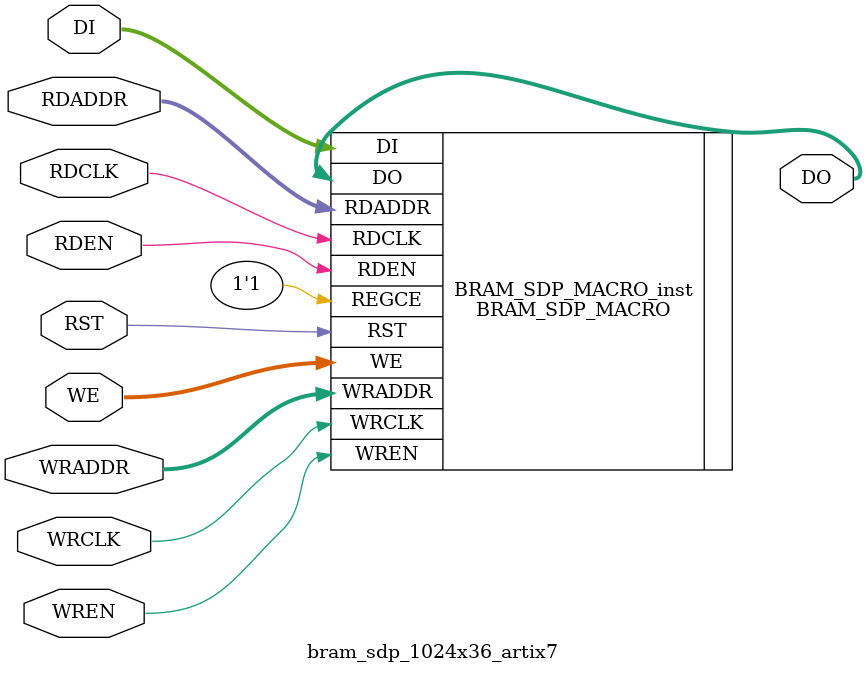
<source format=sv>
`default_nettype none
module bram_sdp_1024x36_artix7 #(
    parameter int EN_REGISTER_MODE = 0
) (
    input  wire         RDCLK,
    input  wire         WRCLK,
    input  wire         RST,
    input  wire         RDEN,
    input  wire         WREN,
    input  wire  [ 3:0] WE,
    input  wire  [ 9:0] RDADDR,
    input  wire  [ 9:0] WRADDR,
    input  wire  [35:0] DI,
    output logic [35:0] DO
);

    // BRAM_SDP_MACRO : In order to incorporate this function into the design,
    //   Verilog   : the following instance declaration needs to be placed
    //  instance   : in the body of the design code.  The instance name
    // declaration : (BRAM_SDP_MACRO_inst) and/or the port declarations within the
    //    code     : parenthesis may be changed to properly reference and
    //             : connect this function to the design.  All inputs
    //             : and outputs must be connected.

    //  <-----Cut code below this line---->

    // BRAM_SDP_MACRO: Simple Dual Port RAM
    //                 Artix-7
    // Xilinx HDL Language Template, version 2022.1

    ///////////////////////////////////////////////////////////////////////
    //  READ_WIDTH | BRAM_SIZE | READ Depth  | RDADDR Width |            //
    // WRITE_WIDTH |           | WRITE Depth | WRADDR Width |  WE Width  //
    // ============|===========|=============|==============|============//
    //    37-72    |  "36Kb"   |      512    |     9-bit    |    8-bit   //
    //    19-36    |  "36Kb"   |     1024    |    10-bit    |    4-bit   //
    //    19-36    |  "18Kb"   |      512    |     9-bit    |    4-bit   //
    //    10-18    |  "36Kb"   |     2048    |    11-bit    |    2-bit   //
    //    10-18    |  "18Kb"   |     1024    |    10-bit    |    2-bit   //
    //     5-9     |  "36Kb"   |     4096    |    12-bit    |    1-bit   //
    //     5-9     |  "18Kb"   |     2048    |    11-bit    |    1-bit   //
    //     3-4     |  "36Kb"   |     8192    |    13-bit    |    1-bit   //
    //     3-4     |  "18Kb"   |     4096    |    12-bit    |    1-bit   //
    //       2     |  "36Kb"   |    16384    |    14-bit    |    1-bit   //
    //       2     |  "18Kb"   |     8192    |    13-bit    |    1-bit   //
    //       1     |  "36Kb"   |    32768    |    15-bit    |    1-bit   //
    //       1     |  "18Kb"   |    16384    |    14-bit    |    1-bit   //
    ///////////////////////////////////////////////////////////////////////

    BRAM_SDP_MACRO #(
        .BRAM_SIZE("36Kb"),  // Target BRAM, "18Kb" or "36Kb" 
        .DEVICE("7SERIES"),  // Target device: "7SERIES" 
        .WRITE_WIDTH(36),  // Valid values are 1-72 (37-72 only valid when BRAM_SIZE="36Kb")
        .READ_WIDTH(36),  // Valid values are 1-72 (37-72 only valid when BRAM_SIZE="36Kb")
        .DO_REG(EN_REGISTER_MODE),  // Optional output register (0 or 1)
        .INIT_FILE("NONE"),
        .SIM_COLLISION_CHECK("ALL"),  // Collision check enable "ALL", "WARNING_ONLY",
                                      //   "GENERATE_X_ONLY" or "NONE" 
        .SRVAL(72'h000000000000000000),  // Set/Reset value for port output
        .INIT(72'h000000000000000000),  // Initial values on output port
        .WRITE_MODE("WRITE_FIRST"),  // Specify "READ_FIRST" for same clock or synchronous clocks
                                     //   Specify "WRITE_FIRST for asynchronous clocks on ports
        .INIT_00(256'h0000000000000000000000000000000000000000000000000000000000000000),
        .INIT_01(256'h0000000000000000000000000000000000000000000000000000000000000000),
        .INIT_02(256'h0000000000000000000000000000000000000000000000000000000000000000),
        .INIT_03(256'h0000000000000000000000000000000000000000000000000000000000000000),
        .INIT_04(256'h0000000000000000000000000000000000000000000000000000000000000000),
        .INIT_05(256'h0000000000000000000000000000000000000000000000000000000000000000),
        .INIT_06(256'h0000000000000000000000000000000000000000000000000000000000000000),
        .INIT_07(256'h0000000000000000000000000000000000000000000000000000000000000000),
        .INIT_08(256'h0000000000000000000000000000000000000000000000000000000000000000),
        .INIT_09(256'h0000000000000000000000000000000000000000000000000000000000000000),
        .INIT_0A(256'h0000000000000000000000000000000000000000000000000000000000000000),
        .INIT_0B(256'h0000000000000000000000000000000000000000000000000000000000000000),
        .INIT_0C(256'h0000000000000000000000000000000000000000000000000000000000000000),
        .INIT_0D(256'h0000000000000000000000000000000000000000000000000000000000000000),
        .INIT_0E(256'h0000000000000000000000000000000000000000000000000000000000000000),
        .INIT_0F(256'h0000000000000000000000000000000000000000000000000000000000000000),
        .INIT_10(256'h0000000000000000000000000000000000000000000000000000000000000000),
        .INIT_11(256'h0000000000000000000000000000000000000000000000000000000000000000),
        .INIT_12(256'h0000000000000000000000000000000000000000000000000000000000000000),
        .INIT_13(256'h0000000000000000000000000000000000000000000000000000000000000000),
        .INIT_14(256'h0000000000000000000000000000000000000000000000000000000000000000),
        .INIT_15(256'h0000000000000000000000000000000000000000000000000000000000000000),
        .INIT_16(256'h0000000000000000000000000000000000000000000000000000000000000000),
        .INIT_17(256'h0000000000000000000000000000000000000000000000000000000000000000),
        .INIT_18(256'h0000000000000000000000000000000000000000000000000000000000000000),
        .INIT_19(256'h0000000000000000000000000000000000000000000000000000000000000000),
        .INIT_1A(256'h0000000000000000000000000000000000000000000000000000000000000000),
        .INIT_1B(256'h0000000000000000000000000000000000000000000000000000000000000000),
        .INIT_1C(256'h0000000000000000000000000000000000000000000000000000000000000000),
        .INIT_1D(256'h0000000000000000000000000000000000000000000000000000000000000000),
        .INIT_1E(256'h0000000000000000000000000000000000000000000000000000000000000000),
        .INIT_1F(256'h0000000000000000000000000000000000000000000000000000000000000000),
        .INIT_20(256'h0000000000000000000000000000000000000000000000000000000000000000),
        .INIT_21(256'h0000000000000000000000000000000000000000000000000000000000000000),
        .INIT_22(256'h0000000000000000000000000000000000000000000000000000000000000000),
        .INIT_23(256'h0000000000000000000000000000000000000000000000000000000000000000),
        .INIT_24(256'h0000000000000000000000000000000000000000000000000000000000000000),
        .INIT_25(256'h0000000000000000000000000000000000000000000000000000000000000000),
        .INIT_26(256'h0000000000000000000000000000000000000000000000000000000000000000),
        .INIT_27(256'h0000000000000000000000000000000000000000000000000000000000000000),
        .INIT_28(256'h0000000000000000000000000000000000000000000000000000000000000000),
        .INIT_29(256'h0000000000000000000000000000000000000000000000000000000000000000),
        .INIT_2A(256'h0000000000000000000000000000000000000000000000000000000000000000),
        .INIT_2B(256'h0000000000000000000000000000000000000000000000000000000000000000),
        .INIT_2C(256'h0000000000000000000000000000000000000000000000000000000000000000),
        .INIT_2D(256'h0000000000000000000000000000000000000000000000000000000000000000),
        .INIT_2E(256'h0000000000000000000000000000000000000000000000000000000000000000),
        .INIT_2F(256'h0000000000000000000000000000000000000000000000000000000000000000),
        .INIT_30(256'h0000000000000000000000000000000000000000000000000000000000000000),
        .INIT_31(256'h0000000000000000000000000000000000000000000000000000000000000000),
        .INIT_32(256'h0000000000000000000000000000000000000000000000000000000000000000),
        .INIT_33(256'h0000000000000000000000000000000000000000000000000000000000000000),
        .INIT_34(256'h0000000000000000000000000000000000000000000000000000000000000000),
        .INIT_35(256'h0000000000000000000000000000000000000000000000000000000000000000),
        .INIT_36(256'h0000000000000000000000000000000000000000000000000000000000000000),
        .INIT_37(256'h0000000000000000000000000000000000000000000000000000000000000000),
        .INIT_38(256'h0000000000000000000000000000000000000000000000000000000000000000),
        .INIT_39(256'h0000000000000000000000000000000000000000000000000000000000000000),
        .INIT_3A(256'h0000000000000000000000000000000000000000000000000000000000000000),
        .INIT_3B(256'h0000000000000000000000000000000000000000000000000000000000000000),
        .INIT_3C(256'h0000000000000000000000000000000000000000000000000000000000000000),
        .INIT_3D(256'h0000000000000000000000000000000000000000000000000000000000000000),
        .INIT_3E(256'h0000000000000000000000000000000000000000000000000000000000000000),
        .INIT_3F(256'h0000000000000000000000000000000000000000000000000000000000000000),

        // The next set of INIT_xx are valid when configured as 36Kb
        .INIT_40(256'h0000000000000000000000000000000000000000000000000000000000000000),
        .INIT_41(256'h0000000000000000000000000000000000000000000000000000000000000000),
        .INIT_42(256'h0000000000000000000000000000000000000000000000000000000000000000),
        .INIT_43(256'h0000000000000000000000000000000000000000000000000000000000000000),
        .INIT_44(256'h0000000000000000000000000000000000000000000000000000000000000000),
        .INIT_45(256'h0000000000000000000000000000000000000000000000000000000000000000),
        .INIT_46(256'h0000000000000000000000000000000000000000000000000000000000000000),
        .INIT_47(256'h0000000000000000000000000000000000000000000000000000000000000000),
        .INIT_48(256'h0000000000000000000000000000000000000000000000000000000000000000),
        .INIT_49(256'h0000000000000000000000000000000000000000000000000000000000000000),
        .INIT_4A(256'h0000000000000000000000000000000000000000000000000000000000000000),
        .INIT_4B(256'h0000000000000000000000000000000000000000000000000000000000000000),
        .INIT_4C(256'h0000000000000000000000000000000000000000000000000000000000000000),
        .INIT_4D(256'h0000000000000000000000000000000000000000000000000000000000000000),
        .INIT_4E(256'h0000000000000000000000000000000000000000000000000000000000000000),
        .INIT_4F(256'h0000000000000000000000000000000000000000000000000000000000000000),
        .INIT_50(256'h0000000000000000000000000000000000000000000000000000000000000000),
        .INIT_51(256'h0000000000000000000000000000000000000000000000000000000000000000),
        .INIT_52(256'h0000000000000000000000000000000000000000000000000000000000000000),
        .INIT_53(256'h0000000000000000000000000000000000000000000000000000000000000000),
        .INIT_54(256'h0000000000000000000000000000000000000000000000000000000000000000),
        .INIT_55(256'h0000000000000000000000000000000000000000000000000000000000000000),
        .INIT_56(256'h0000000000000000000000000000000000000000000000000000000000000000),
        .INIT_57(256'h0000000000000000000000000000000000000000000000000000000000000000),
        .INIT_58(256'h0000000000000000000000000000000000000000000000000000000000000000),
        .INIT_59(256'h0000000000000000000000000000000000000000000000000000000000000000),
        .INIT_5A(256'h0000000000000000000000000000000000000000000000000000000000000000),
        .INIT_5B(256'h0000000000000000000000000000000000000000000000000000000000000000),
        .INIT_5C(256'h0000000000000000000000000000000000000000000000000000000000000000),
        .INIT_5D(256'h0000000000000000000000000000000000000000000000000000000000000000),
        .INIT_5E(256'h0000000000000000000000000000000000000000000000000000000000000000),
        .INIT_5F(256'h0000000000000000000000000000000000000000000000000000000000000000),
        .INIT_60(256'h0000000000000000000000000000000000000000000000000000000000000000),
        .INIT_61(256'h0000000000000000000000000000000000000000000000000000000000000000),
        .INIT_62(256'h0000000000000000000000000000000000000000000000000000000000000000),
        .INIT_63(256'h0000000000000000000000000000000000000000000000000000000000000000),
        .INIT_64(256'h0000000000000000000000000000000000000000000000000000000000000000),
        .INIT_65(256'h0000000000000000000000000000000000000000000000000000000000000000),
        .INIT_66(256'h0000000000000000000000000000000000000000000000000000000000000000),
        .INIT_67(256'h0000000000000000000000000000000000000000000000000000000000000000),
        .INIT_68(256'h0000000000000000000000000000000000000000000000000000000000000000),
        .INIT_69(256'h0000000000000000000000000000000000000000000000000000000000000000),
        .INIT_6A(256'h0000000000000000000000000000000000000000000000000000000000000000),
        .INIT_6B(256'h0000000000000000000000000000000000000000000000000000000000000000),
        .INIT_6C(256'h0000000000000000000000000000000000000000000000000000000000000000),
        .INIT_6D(256'h0000000000000000000000000000000000000000000000000000000000000000),
        .INIT_6E(256'h0000000000000000000000000000000000000000000000000000000000000000),
        .INIT_6F(256'h0000000000000000000000000000000000000000000000000000000000000000),
        .INIT_70(256'h0000000000000000000000000000000000000000000000000000000000000000),
        .INIT_71(256'h0000000000000000000000000000000000000000000000000000000000000000),
        .INIT_72(256'h0000000000000000000000000000000000000000000000000000000000000000),
        .INIT_73(256'h0000000000000000000000000000000000000000000000000000000000000000),
        .INIT_74(256'h0000000000000000000000000000000000000000000000000000000000000000),
        .INIT_75(256'h0000000000000000000000000000000000000000000000000000000000000000),
        .INIT_76(256'h0000000000000000000000000000000000000000000000000000000000000000),
        .INIT_77(256'h0000000000000000000000000000000000000000000000000000000000000000),
        .INIT_78(256'h0000000000000000000000000000000000000000000000000000000000000000),
        .INIT_79(256'h0000000000000000000000000000000000000000000000000000000000000000),
        .INIT_7A(256'h0000000000000000000000000000000000000000000000000000000000000000),
        .INIT_7B(256'h0000000000000000000000000000000000000000000000000000000000000000),
        .INIT_7C(256'h0000000000000000000000000000000000000000000000000000000000000000),
        .INIT_7D(256'h0000000000000000000000000000000000000000000000000000000000000000),
        .INIT_7E(256'h0000000000000000000000000000000000000000000000000000000000000000),
        .INIT_7F(256'h0000000000000000000000000000000000000000000000000000000000000000),

        // The next set of INITP_xx are for the parity bits
        .INITP_00(256'h0000000000000000000000000000000000000000000000000000000000000000),
        .INITP_01(256'h0000000000000000000000000000000000000000000000000000000000000000),
        .INITP_02(256'h0000000000000000000000000000000000000000000000000000000000000000),
        .INITP_03(256'h0000000000000000000000000000000000000000000000000000000000000000),
        .INITP_04(256'h0000000000000000000000000000000000000000000000000000000000000000),
        .INITP_05(256'h0000000000000000000000000000000000000000000000000000000000000000),
        .INITP_06(256'h0000000000000000000000000000000000000000000000000000000000000000),
        .INITP_07(256'h0000000000000000000000000000000000000000000000000000000000000000),

        // The next set of INITP_xx are valid when configured as 36Kb
        .INITP_08(256'h0000000000000000000000000000000000000000000000000000000000000000),
        .INITP_09(256'h0000000000000000000000000000000000000000000000000000000000000000),
        .INITP_0A(256'h0000000000000000000000000000000000000000000000000000000000000000),
        .INITP_0B(256'h0000000000000000000000000000000000000000000000000000000000000000),
        .INITP_0C(256'h0000000000000000000000000000000000000000000000000000000000000000),
        .INITP_0D(256'h0000000000000000000000000000000000000000000000000000000000000000),
        .INITP_0E(256'h0000000000000000000000000000000000000000000000000000000000000000),
        .INITP_0F(256'h0000000000000000000000000000000000000000000000000000000000000000)
    ) BRAM_SDP_MACRO_inst (
        .DO    (DO),      // Output read data port, width defined by READ_WIDTH parameter
        .DI    (DI),      // Input write data port, width defined by WRITE_WIDTH parameter
        .RDADDR(RDADDR),  // Input read address, width defined by read port depth
        .RDCLK (RDCLK),   // 1-bit input read clock
        .RDEN  (RDEN),    // 1-bit input read port enable
        .REGCE (1'b1),    // 1-bit input read output register enable
        .RST   (RST),     // 1-bit input reset
        .WE    (WE),      // Input write enable, width defined by write port depth
        .WRADDR(WRADDR),  // Input write address, width defined by write port depth
        .WRCLK (WRCLK),   // 1-bit input write clock
        .WREN  (WREN)     // 1-bit input write port enable
    );

    // End of BRAM_SDP_MACRO_inst instantiation

endmodule

`default_nettype wire

</source>
